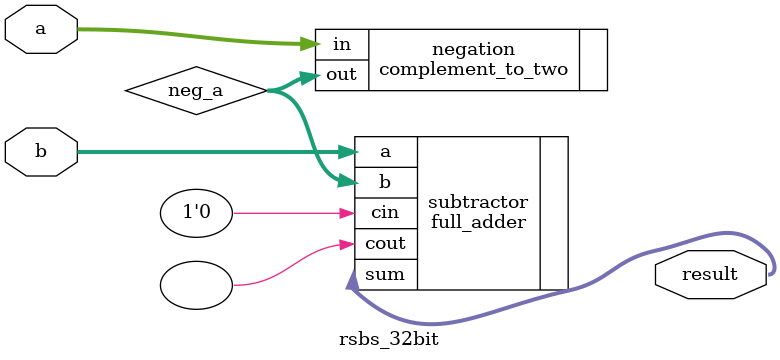
<source format=v>
module rsbs_32bit(
    input [31:0] a,
    input [31:0] b,
    output [31:0] result
);
    wire [31:0] neg_a;  // Para almacenar el complemento a dos de A
    complement_to_two negation(.in(a), .out(neg_a));
    full_adder subtractor(.a(b), .b(neg_a), .cin(1'b0), .sum(result), .cout());
endmodule

</source>
